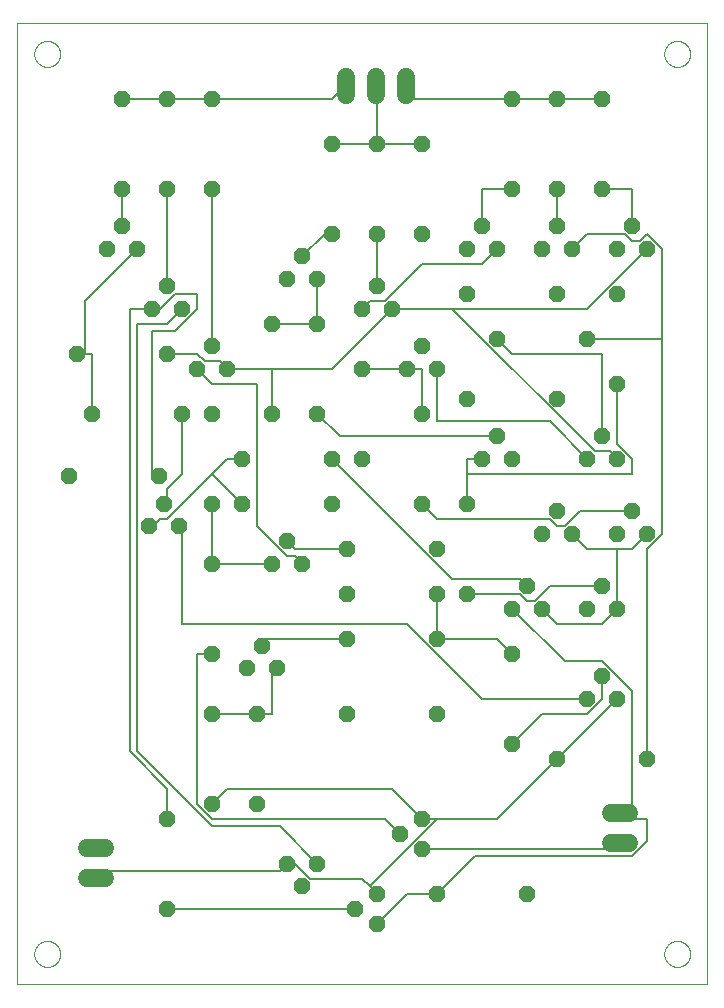
<source format=gtl>
G75*
%MOIN*%
%OFA0B0*%
%FSLAX25Y25*%
%IPPOS*%
%LPD*%
%AMOC8*
5,1,8,0,0,1.08239X$1,22.5*
%
%ADD10C,0.00000*%
%ADD11OC8,0.05200*%
%ADD12C,0.06000*%
%ADD13C,0.00500*%
D10*
X0007700Y0006850D02*
X0007700Y0327051D01*
X0237621Y0327051D01*
X0237615Y0327050D02*
X0237615Y0006845D01*
X0237621Y0006850D02*
X0007700Y0006850D01*
X0013369Y0016850D02*
X0013371Y0016981D01*
X0013377Y0017113D01*
X0013387Y0017244D01*
X0013401Y0017375D01*
X0013419Y0017505D01*
X0013441Y0017634D01*
X0013466Y0017763D01*
X0013496Y0017891D01*
X0013530Y0018018D01*
X0013567Y0018145D01*
X0013608Y0018269D01*
X0013653Y0018393D01*
X0013702Y0018515D01*
X0013754Y0018636D01*
X0013810Y0018754D01*
X0013870Y0018872D01*
X0013933Y0018987D01*
X0014000Y0019100D01*
X0014070Y0019212D01*
X0014143Y0019321D01*
X0014219Y0019427D01*
X0014299Y0019532D01*
X0014382Y0019634D01*
X0014468Y0019733D01*
X0014557Y0019830D01*
X0014649Y0019924D01*
X0014744Y0020015D01*
X0014841Y0020104D01*
X0014941Y0020189D01*
X0015044Y0020271D01*
X0015149Y0020350D01*
X0015256Y0020426D01*
X0015366Y0020498D01*
X0015478Y0020567D01*
X0015592Y0020633D01*
X0015707Y0020695D01*
X0015825Y0020754D01*
X0015944Y0020809D01*
X0016065Y0020861D01*
X0016188Y0020908D01*
X0016312Y0020952D01*
X0016437Y0020993D01*
X0016563Y0021029D01*
X0016691Y0021062D01*
X0016819Y0021090D01*
X0016948Y0021115D01*
X0017078Y0021136D01*
X0017208Y0021153D01*
X0017339Y0021166D01*
X0017470Y0021175D01*
X0017601Y0021180D01*
X0017733Y0021181D01*
X0017864Y0021178D01*
X0017996Y0021171D01*
X0018127Y0021160D01*
X0018257Y0021145D01*
X0018387Y0021126D01*
X0018517Y0021103D01*
X0018645Y0021077D01*
X0018773Y0021046D01*
X0018900Y0021011D01*
X0019026Y0020973D01*
X0019150Y0020931D01*
X0019274Y0020885D01*
X0019395Y0020835D01*
X0019515Y0020782D01*
X0019634Y0020725D01*
X0019751Y0020665D01*
X0019865Y0020601D01*
X0019978Y0020533D01*
X0020089Y0020462D01*
X0020198Y0020388D01*
X0020304Y0020311D01*
X0020408Y0020230D01*
X0020509Y0020147D01*
X0020608Y0020060D01*
X0020704Y0019970D01*
X0020797Y0019877D01*
X0020888Y0019782D01*
X0020975Y0019684D01*
X0021060Y0019583D01*
X0021141Y0019480D01*
X0021219Y0019374D01*
X0021294Y0019266D01*
X0021366Y0019156D01*
X0021434Y0019044D01*
X0021499Y0018930D01*
X0021560Y0018813D01*
X0021618Y0018695D01*
X0021672Y0018575D01*
X0021723Y0018454D01*
X0021770Y0018331D01*
X0021813Y0018207D01*
X0021852Y0018082D01*
X0021888Y0017955D01*
X0021919Y0017827D01*
X0021947Y0017699D01*
X0021971Y0017570D01*
X0021991Y0017440D01*
X0022007Y0017309D01*
X0022019Y0017178D01*
X0022027Y0017047D01*
X0022031Y0016916D01*
X0022031Y0016784D01*
X0022027Y0016653D01*
X0022019Y0016522D01*
X0022007Y0016391D01*
X0021991Y0016260D01*
X0021971Y0016130D01*
X0021947Y0016001D01*
X0021919Y0015873D01*
X0021888Y0015745D01*
X0021852Y0015618D01*
X0021813Y0015493D01*
X0021770Y0015369D01*
X0021723Y0015246D01*
X0021672Y0015125D01*
X0021618Y0015005D01*
X0021560Y0014887D01*
X0021499Y0014770D01*
X0021434Y0014656D01*
X0021366Y0014544D01*
X0021294Y0014434D01*
X0021219Y0014326D01*
X0021141Y0014220D01*
X0021060Y0014117D01*
X0020975Y0014016D01*
X0020888Y0013918D01*
X0020797Y0013823D01*
X0020704Y0013730D01*
X0020608Y0013640D01*
X0020509Y0013553D01*
X0020408Y0013470D01*
X0020304Y0013389D01*
X0020198Y0013312D01*
X0020089Y0013238D01*
X0019978Y0013167D01*
X0019866Y0013099D01*
X0019751Y0013035D01*
X0019634Y0012975D01*
X0019515Y0012918D01*
X0019395Y0012865D01*
X0019274Y0012815D01*
X0019150Y0012769D01*
X0019026Y0012727D01*
X0018900Y0012689D01*
X0018773Y0012654D01*
X0018645Y0012623D01*
X0018517Y0012597D01*
X0018387Y0012574D01*
X0018257Y0012555D01*
X0018127Y0012540D01*
X0017996Y0012529D01*
X0017864Y0012522D01*
X0017733Y0012519D01*
X0017601Y0012520D01*
X0017470Y0012525D01*
X0017339Y0012534D01*
X0017208Y0012547D01*
X0017078Y0012564D01*
X0016948Y0012585D01*
X0016819Y0012610D01*
X0016691Y0012638D01*
X0016563Y0012671D01*
X0016437Y0012707D01*
X0016312Y0012748D01*
X0016188Y0012792D01*
X0016065Y0012839D01*
X0015944Y0012891D01*
X0015825Y0012946D01*
X0015707Y0013005D01*
X0015592Y0013067D01*
X0015478Y0013133D01*
X0015366Y0013202D01*
X0015256Y0013274D01*
X0015149Y0013350D01*
X0015044Y0013429D01*
X0014941Y0013511D01*
X0014841Y0013596D01*
X0014744Y0013685D01*
X0014649Y0013776D01*
X0014557Y0013870D01*
X0014468Y0013967D01*
X0014382Y0014066D01*
X0014299Y0014168D01*
X0014219Y0014273D01*
X0014143Y0014379D01*
X0014070Y0014488D01*
X0014000Y0014600D01*
X0013933Y0014713D01*
X0013870Y0014828D01*
X0013810Y0014946D01*
X0013754Y0015064D01*
X0013702Y0015185D01*
X0013653Y0015307D01*
X0013608Y0015431D01*
X0013567Y0015555D01*
X0013530Y0015682D01*
X0013496Y0015809D01*
X0013466Y0015937D01*
X0013441Y0016066D01*
X0013419Y0016195D01*
X0013401Y0016325D01*
X0013387Y0016456D01*
X0013377Y0016587D01*
X0013371Y0016719D01*
X0013369Y0016850D01*
X0223369Y0016850D02*
X0223371Y0016981D01*
X0223377Y0017113D01*
X0223387Y0017244D01*
X0223401Y0017375D01*
X0223419Y0017505D01*
X0223441Y0017634D01*
X0223466Y0017763D01*
X0223496Y0017891D01*
X0223530Y0018018D01*
X0223567Y0018145D01*
X0223608Y0018269D01*
X0223653Y0018393D01*
X0223702Y0018515D01*
X0223754Y0018636D01*
X0223810Y0018754D01*
X0223870Y0018872D01*
X0223933Y0018987D01*
X0224000Y0019100D01*
X0224070Y0019212D01*
X0224143Y0019321D01*
X0224219Y0019427D01*
X0224299Y0019532D01*
X0224382Y0019634D01*
X0224468Y0019733D01*
X0224557Y0019830D01*
X0224649Y0019924D01*
X0224744Y0020015D01*
X0224841Y0020104D01*
X0224941Y0020189D01*
X0225044Y0020271D01*
X0225149Y0020350D01*
X0225256Y0020426D01*
X0225366Y0020498D01*
X0225478Y0020567D01*
X0225592Y0020633D01*
X0225707Y0020695D01*
X0225825Y0020754D01*
X0225944Y0020809D01*
X0226065Y0020861D01*
X0226188Y0020908D01*
X0226312Y0020952D01*
X0226437Y0020993D01*
X0226563Y0021029D01*
X0226691Y0021062D01*
X0226819Y0021090D01*
X0226948Y0021115D01*
X0227078Y0021136D01*
X0227208Y0021153D01*
X0227339Y0021166D01*
X0227470Y0021175D01*
X0227601Y0021180D01*
X0227733Y0021181D01*
X0227864Y0021178D01*
X0227996Y0021171D01*
X0228127Y0021160D01*
X0228257Y0021145D01*
X0228387Y0021126D01*
X0228517Y0021103D01*
X0228645Y0021077D01*
X0228773Y0021046D01*
X0228900Y0021011D01*
X0229026Y0020973D01*
X0229150Y0020931D01*
X0229274Y0020885D01*
X0229395Y0020835D01*
X0229515Y0020782D01*
X0229634Y0020725D01*
X0229751Y0020665D01*
X0229865Y0020601D01*
X0229978Y0020533D01*
X0230089Y0020462D01*
X0230198Y0020388D01*
X0230304Y0020311D01*
X0230408Y0020230D01*
X0230509Y0020147D01*
X0230608Y0020060D01*
X0230704Y0019970D01*
X0230797Y0019877D01*
X0230888Y0019782D01*
X0230975Y0019684D01*
X0231060Y0019583D01*
X0231141Y0019480D01*
X0231219Y0019374D01*
X0231294Y0019266D01*
X0231366Y0019156D01*
X0231434Y0019044D01*
X0231499Y0018930D01*
X0231560Y0018813D01*
X0231618Y0018695D01*
X0231672Y0018575D01*
X0231723Y0018454D01*
X0231770Y0018331D01*
X0231813Y0018207D01*
X0231852Y0018082D01*
X0231888Y0017955D01*
X0231919Y0017827D01*
X0231947Y0017699D01*
X0231971Y0017570D01*
X0231991Y0017440D01*
X0232007Y0017309D01*
X0232019Y0017178D01*
X0232027Y0017047D01*
X0232031Y0016916D01*
X0232031Y0016784D01*
X0232027Y0016653D01*
X0232019Y0016522D01*
X0232007Y0016391D01*
X0231991Y0016260D01*
X0231971Y0016130D01*
X0231947Y0016001D01*
X0231919Y0015873D01*
X0231888Y0015745D01*
X0231852Y0015618D01*
X0231813Y0015493D01*
X0231770Y0015369D01*
X0231723Y0015246D01*
X0231672Y0015125D01*
X0231618Y0015005D01*
X0231560Y0014887D01*
X0231499Y0014770D01*
X0231434Y0014656D01*
X0231366Y0014544D01*
X0231294Y0014434D01*
X0231219Y0014326D01*
X0231141Y0014220D01*
X0231060Y0014117D01*
X0230975Y0014016D01*
X0230888Y0013918D01*
X0230797Y0013823D01*
X0230704Y0013730D01*
X0230608Y0013640D01*
X0230509Y0013553D01*
X0230408Y0013470D01*
X0230304Y0013389D01*
X0230198Y0013312D01*
X0230089Y0013238D01*
X0229978Y0013167D01*
X0229866Y0013099D01*
X0229751Y0013035D01*
X0229634Y0012975D01*
X0229515Y0012918D01*
X0229395Y0012865D01*
X0229274Y0012815D01*
X0229150Y0012769D01*
X0229026Y0012727D01*
X0228900Y0012689D01*
X0228773Y0012654D01*
X0228645Y0012623D01*
X0228517Y0012597D01*
X0228387Y0012574D01*
X0228257Y0012555D01*
X0228127Y0012540D01*
X0227996Y0012529D01*
X0227864Y0012522D01*
X0227733Y0012519D01*
X0227601Y0012520D01*
X0227470Y0012525D01*
X0227339Y0012534D01*
X0227208Y0012547D01*
X0227078Y0012564D01*
X0226948Y0012585D01*
X0226819Y0012610D01*
X0226691Y0012638D01*
X0226563Y0012671D01*
X0226437Y0012707D01*
X0226312Y0012748D01*
X0226188Y0012792D01*
X0226065Y0012839D01*
X0225944Y0012891D01*
X0225825Y0012946D01*
X0225707Y0013005D01*
X0225592Y0013067D01*
X0225478Y0013133D01*
X0225366Y0013202D01*
X0225256Y0013274D01*
X0225149Y0013350D01*
X0225044Y0013429D01*
X0224941Y0013511D01*
X0224841Y0013596D01*
X0224744Y0013685D01*
X0224649Y0013776D01*
X0224557Y0013870D01*
X0224468Y0013967D01*
X0224382Y0014066D01*
X0224299Y0014168D01*
X0224219Y0014273D01*
X0224143Y0014379D01*
X0224070Y0014488D01*
X0224000Y0014600D01*
X0223933Y0014713D01*
X0223870Y0014828D01*
X0223810Y0014946D01*
X0223754Y0015064D01*
X0223702Y0015185D01*
X0223653Y0015307D01*
X0223608Y0015431D01*
X0223567Y0015555D01*
X0223530Y0015682D01*
X0223496Y0015809D01*
X0223466Y0015937D01*
X0223441Y0016066D01*
X0223419Y0016195D01*
X0223401Y0016325D01*
X0223387Y0016456D01*
X0223377Y0016587D01*
X0223371Y0016719D01*
X0223369Y0016850D01*
X0223369Y0316850D02*
X0223371Y0316981D01*
X0223377Y0317113D01*
X0223387Y0317244D01*
X0223401Y0317375D01*
X0223419Y0317505D01*
X0223441Y0317634D01*
X0223466Y0317763D01*
X0223496Y0317891D01*
X0223530Y0318018D01*
X0223567Y0318145D01*
X0223608Y0318269D01*
X0223653Y0318393D01*
X0223702Y0318515D01*
X0223754Y0318636D01*
X0223810Y0318754D01*
X0223870Y0318872D01*
X0223933Y0318987D01*
X0224000Y0319100D01*
X0224070Y0319212D01*
X0224143Y0319321D01*
X0224219Y0319427D01*
X0224299Y0319532D01*
X0224382Y0319634D01*
X0224468Y0319733D01*
X0224557Y0319830D01*
X0224649Y0319924D01*
X0224744Y0320015D01*
X0224841Y0320104D01*
X0224941Y0320189D01*
X0225044Y0320271D01*
X0225149Y0320350D01*
X0225256Y0320426D01*
X0225366Y0320498D01*
X0225478Y0320567D01*
X0225592Y0320633D01*
X0225707Y0320695D01*
X0225825Y0320754D01*
X0225944Y0320809D01*
X0226065Y0320861D01*
X0226188Y0320908D01*
X0226312Y0320952D01*
X0226437Y0320993D01*
X0226563Y0321029D01*
X0226691Y0321062D01*
X0226819Y0321090D01*
X0226948Y0321115D01*
X0227078Y0321136D01*
X0227208Y0321153D01*
X0227339Y0321166D01*
X0227470Y0321175D01*
X0227601Y0321180D01*
X0227733Y0321181D01*
X0227864Y0321178D01*
X0227996Y0321171D01*
X0228127Y0321160D01*
X0228257Y0321145D01*
X0228387Y0321126D01*
X0228517Y0321103D01*
X0228645Y0321077D01*
X0228773Y0321046D01*
X0228900Y0321011D01*
X0229026Y0320973D01*
X0229150Y0320931D01*
X0229274Y0320885D01*
X0229395Y0320835D01*
X0229515Y0320782D01*
X0229634Y0320725D01*
X0229751Y0320665D01*
X0229865Y0320601D01*
X0229978Y0320533D01*
X0230089Y0320462D01*
X0230198Y0320388D01*
X0230304Y0320311D01*
X0230408Y0320230D01*
X0230509Y0320147D01*
X0230608Y0320060D01*
X0230704Y0319970D01*
X0230797Y0319877D01*
X0230888Y0319782D01*
X0230975Y0319684D01*
X0231060Y0319583D01*
X0231141Y0319480D01*
X0231219Y0319374D01*
X0231294Y0319266D01*
X0231366Y0319156D01*
X0231434Y0319044D01*
X0231499Y0318930D01*
X0231560Y0318813D01*
X0231618Y0318695D01*
X0231672Y0318575D01*
X0231723Y0318454D01*
X0231770Y0318331D01*
X0231813Y0318207D01*
X0231852Y0318082D01*
X0231888Y0317955D01*
X0231919Y0317827D01*
X0231947Y0317699D01*
X0231971Y0317570D01*
X0231991Y0317440D01*
X0232007Y0317309D01*
X0232019Y0317178D01*
X0232027Y0317047D01*
X0232031Y0316916D01*
X0232031Y0316784D01*
X0232027Y0316653D01*
X0232019Y0316522D01*
X0232007Y0316391D01*
X0231991Y0316260D01*
X0231971Y0316130D01*
X0231947Y0316001D01*
X0231919Y0315873D01*
X0231888Y0315745D01*
X0231852Y0315618D01*
X0231813Y0315493D01*
X0231770Y0315369D01*
X0231723Y0315246D01*
X0231672Y0315125D01*
X0231618Y0315005D01*
X0231560Y0314887D01*
X0231499Y0314770D01*
X0231434Y0314656D01*
X0231366Y0314544D01*
X0231294Y0314434D01*
X0231219Y0314326D01*
X0231141Y0314220D01*
X0231060Y0314117D01*
X0230975Y0314016D01*
X0230888Y0313918D01*
X0230797Y0313823D01*
X0230704Y0313730D01*
X0230608Y0313640D01*
X0230509Y0313553D01*
X0230408Y0313470D01*
X0230304Y0313389D01*
X0230198Y0313312D01*
X0230089Y0313238D01*
X0229978Y0313167D01*
X0229866Y0313099D01*
X0229751Y0313035D01*
X0229634Y0312975D01*
X0229515Y0312918D01*
X0229395Y0312865D01*
X0229274Y0312815D01*
X0229150Y0312769D01*
X0229026Y0312727D01*
X0228900Y0312689D01*
X0228773Y0312654D01*
X0228645Y0312623D01*
X0228517Y0312597D01*
X0228387Y0312574D01*
X0228257Y0312555D01*
X0228127Y0312540D01*
X0227996Y0312529D01*
X0227864Y0312522D01*
X0227733Y0312519D01*
X0227601Y0312520D01*
X0227470Y0312525D01*
X0227339Y0312534D01*
X0227208Y0312547D01*
X0227078Y0312564D01*
X0226948Y0312585D01*
X0226819Y0312610D01*
X0226691Y0312638D01*
X0226563Y0312671D01*
X0226437Y0312707D01*
X0226312Y0312748D01*
X0226188Y0312792D01*
X0226065Y0312839D01*
X0225944Y0312891D01*
X0225825Y0312946D01*
X0225707Y0313005D01*
X0225592Y0313067D01*
X0225478Y0313133D01*
X0225366Y0313202D01*
X0225256Y0313274D01*
X0225149Y0313350D01*
X0225044Y0313429D01*
X0224941Y0313511D01*
X0224841Y0313596D01*
X0224744Y0313685D01*
X0224649Y0313776D01*
X0224557Y0313870D01*
X0224468Y0313967D01*
X0224382Y0314066D01*
X0224299Y0314168D01*
X0224219Y0314273D01*
X0224143Y0314379D01*
X0224070Y0314488D01*
X0224000Y0314600D01*
X0223933Y0314713D01*
X0223870Y0314828D01*
X0223810Y0314946D01*
X0223754Y0315064D01*
X0223702Y0315185D01*
X0223653Y0315307D01*
X0223608Y0315431D01*
X0223567Y0315555D01*
X0223530Y0315682D01*
X0223496Y0315809D01*
X0223466Y0315937D01*
X0223441Y0316066D01*
X0223419Y0316195D01*
X0223401Y0316325D01*
X0223387Y0316456D01*
X0223377Y0316587D01*
X0223371Y0316719D01*
X0223369Y0316850D01*
X0013369Y0316850D02*
X0013371Y0316981D01*
X0013377Y0317113D01*
X0013387Y0317244D01*
X0013401Y0317375D01*
X0013419Y0317505D01*
X0013441Y0317634D01*
X0013466Y0317763D01*
X0013496Y0317891D01*
X0013530Y0318018D01*
X0013567Y0318145D01*
X0013608Y0318269D01*
X0013653Y0318393D01*
X0013702Y0318515D01*
X0013754Y0318636D01*
X0013810Y0318754D01*
X0013870Y0318872D01*
X0013933Y0318987D01*
X0014000Y0319100D01*
X0014070Y0319212D01*
X0014143Y0319321D01*
X0014219Y0319427D01*
X0014299Y0319532D01*
X0014382Y0319634D01*
X0014468Y0319733D01*
X0014557Y0319830D01*
X0014649Y0319924D01*
X0014744Y0320015D01*
X0014841Y0320104D01*
X0014941Y0320189D01*
X0015044Y0320271D01*
X0015149Y0320350D01*
X0015256Y0320426D01*
X0015366Y0320498D01*
X0015478Y0320567D01*
X0015592Y0320633D01*
X0015707Y0320695D01*
X0015825Y0320754D01*
X0015944Y0320809D01*
X0016065Y0320861D01*
X0016188Y0320908D01*
X0016312Y0320952D01*
X0016437Y0320993D01*
X0016563Y0321029D01*
X0016691Y0321062D01*
X0016819Y0321090D01*
X0016948Y0321115D01*
X0017078Y0321136D01*
X0017208Y0321153D01*
X0017339Y0321166D01*
X0017470Y0321175D01*
X0017601Y0321180D01*
X0017733Y0321181D01*
X0017864Y0321178D01*
X0017996Y0321171D01*
X0018127Y0321160D01*
X0018257Y0321145D01*
X0018387Y0321126D01*
X0018517Y0321103D01*
X0018645Y0321077D01*
X0018773Y0321046D01*
X0018900Y0321011D01*
X0019026Y0320973D01*
X0019150Y0320931D01*
X0019274Y0320885D01*
X0019395Y0320835D01*
X0019515Y0320782D01*
X0019634Y0320725D01*
X0019751Y0320665D01*
X0019865Y0320601D01*
X0019978Y0320533D01*
X0020089Y0320462D01*
X0020198Y0320388D01*
X0020304Y0320311D01*
X0020408Y0320230D01*
X0020509Y0320147D01*
X0020608Y0320060D01*
X0020704Y0319970D01*
X0020797Y0319877D01*
X0020888Y0319782D01*
X0020975Y0319684D01*
X0021060Y0319583D01*
X0021141Y0319480D01*
X0021219Y0319374D01*
X0021294Y0319266D01*
X0021366Y0319156D01*
X0021434Y0319044D01*
X0021499Y0318930D01*
X0021560Y0318813D01*
X0021618Y0318695D01*
X0021672Y0318575D01*
X0021723Y0318454D01*
X0021770Y0318331D01*
X0021813Y0318207D01*
X0021852Y0318082D01*
X0021888Y0317955D01*
X0021919Y0317827D01*
X0021947Y0317699D01*
X0021971Y0317570D01*
X0021991Y0317440D01*
X0022007Y0317309D01*
X0022019Y0317178D01*
X0022027Y0317047D01*
X0022031Y0316916D01*
X0022031Y0316784D01*
X0022027Y0316653D01*
X0022019Y0316522D01*
X0022007Y0316391D01*
X0021991Y0316260D01*
X0021971Y0316130D01*
X0021947Y0316001D01*
X0021919Y0315873D01*
X0021888Y0315745D01*
X0021852Y0315618D01*
X0021813Y0315493D01*
X0021770Y0315369D01*
X0021723Y0315246D01*
X0021672Y0315125D01*
X0021618Y0315005D01*
X0021560Y0314887D01*
X0021499Y0314770D01*
X0021434Y0314656D01*
X0021366Y0314544D01*
X0021294Y0314434D01*
X0021219Y0314326D01*
X0021141Y0314220D01*
X0021060Y0314117D01*
X0020975Y0314016D01*
X0020888Y0313918D01*
X0020797Y0313823D01*
X0020704Y0313730D01*
X0020608Y0313640D01*
X0020509Y0313553D01*
X0020408Y0313470D01*
X0020304Y0313389D01*
X0020198Y0313312D01*
X0020089Y0313238D01*
X0019978Y0313167D01*
X0019866Y0313099D01*
X0019751Y0313035D01*
X0019634Y0312975D01*
X0019515Y0312918D01*
X0019395Y0312865D01*
X0019274Y0312815D01*
X0019150Y0312769D01*
X0019026Y0312727D01*
X0018900Y0312689D01*
X0018773Y0312654D01*
X0018645Y0312623D01*
X0018517Y0312597D01*
X0018387Y0312574D01*
X0018257Y0312555D01*
X0018127Y0312540D01*
X0017996Y0312529D01*
X0017864Y0312522D01*
X0017733Y0312519D01*
X0017601Y0312520D01*
X0017470Y0312525D01*
X0017339Y0312534D01*
X0017208Y0312547D01*
X0017078Y0312564D01*
X0016948Y0312585D01*
X0016819Y0312610D01*
X0016691Y0312638D01*
X0016563Y0312671D01*
X0016437Y0312707D01*
X0016312Y0312748D01*
X0016188Y0312792D01*
X0016065Y0312839D01*
X0015944Y0312891D01*
X0015825Y0312946D01*
X0015707Y0313005D01*
X0015592Y0313067D01*
X0015478Y0313133D01*
X0015366Y0313202D01*
X0015256Y0313274D01*
X0015149Y0313350D01*
X0015044Y0313429D01*
X0014941Y0313511D01*
X0014841Y0313596D01*
X0014744Y0313685D01*
X0014649Y0313776D01*
X0014557Y0313870D01*
X0014468Y0313967D01*
X0014382Y0314066D01*
X0014299Y0314168D01*
X0014219Y0314273D01*
X0014143Y0314379D01*
X0014070Y0314488D01*
X0014000Y0314600D01*
X0013933Y0314713D01*
X0013870Y0314828D01*
X0013810Y0314946D01*
X0013754Y0315064D01*
X0013702Y0315185D01*
X0013653Y0315307D01*
X0013608Y0315431D01*
X0013567Y0315555D01*
X0013530Y0315682D01*
X0013496Y0315809D01*
X0013466Y0315937D01*
X0013441Y0316066D01*
X0013419Y0316195D01*
X0013401Y0316325D01*
X0013387Y0316456D01*
X0013377Y0316587D01*
X0013371Y0316719D01*
X0013369Y0316850D01*
D11*
X0042700Y0301850D03*
X0057700Y0301850D03*
X0072700Y0301850D03*
X0072700Y0271850D03*
X0057700Y0271850D03*
X0042700Y0271850D03*
X0042700Y0259350D03*
X0037700Y0251850D03*
X0047700Y0251850D03*
X0057700Y0239350D03*
X0052700Y0231850D03*
X0062700Y0231850D03*
X0072700Y0219350D03*
X0067700Y0211850D03*
X0077700Y0211850D03*
X0072700Y0196850D03*
X0062700Y0196850D03*
X0057700Y0216850D03*
X0032700Y0196850D03*
X0027700Y0216850D03*
X0024875Y0176045D03*
X0051485Y0159360D03*
X0056485Y0166860D03*
X0061485Y0159360D03*
X0072700Y0166850D03*
X0082700Y0166850D03*
X0082700Y0181850D03*
X0092700Y0196850D03*
X0107700Y0196850D03*
X0112700Y0181850D03*
X0122700Y0181850D03*
X0112700Y0166850D03*
X0117700Y0151850D03*
X0117700Y0136850D03*
X0117700Y0121850D03*
X0102700Y0146850D03*
X0097700Y0154350D03*
X0092700Y0146850D03*
X0072700Y0146850D03*
X0089155Y0119565D03*
X0084155Y0112065D03*
X0094155Y0112065D03*
X0087700Y0096850D03*
X0072700Y0096850D03*
X0072700Y0116850D03*
X0072700Y0066850D03*
X0087700Y0066850D03*
X0097700Y0046850D03*
X0102700Y0039350D03*
X0107700Y0046850D03*
X0120200Y0031850D03*
X0127700Y0026850D03*
X0127700Y0036850D03*
X0142700Y0051850D03*
X0135200Y0056850D03*
X0142700Y0061850D03*
X0147700Y0036850D03*
X0177700Y0036850D03*
X0187700Y0081850D03*
X0172700Y0086850D03*
X0172700Y0116850D03*
X0172700Y0131850D03*
X0177700Y0139350D03*
X0182700Y0131850D03*
X0197700Y0131850D03*
X0202700Y0139350D03*
X0207700Y0131850D03*
X0202700Y0109350D03*
X0197700Y0101850D03*
X0207700Y0101850D03*
X0217700Y0081850D03*
X0217700Y0156850D03*
X0212700Y0164350D03*
X0207700Y0156850D03*
X0192700Y0156850D03*
X0187700Y0164350D03*
X0182700Y0156850D03*
X0172700Y0181850D03*
X0167700Y0189350D03*
X0162700Y0181850D03*
X0157700Y0166850D03*
X0147700Y0151850D03*
X0142700Y0166850D03*
X0142700Y0196850D03*
X0137700Y0211850D03*
X0142700Y0219350D03*
X0147700Y0211850D03*
X0157700Y0201850D03*
X0167700Y0221850D03*
X0157700Y0236850D03*
X0157700Y0251850D03*
X0162700Y0259350D03*
X0167700Y0251850D03*
X0182700Y0251850D03*
X0187700Y0259350D03*
X0192700Y0251850D03*
X0187700Y0236850D03*
X0197700Y0221850D03*
X0207700Y0236850D03*
X0207700Y0251850D03*
X0212700Y0259350D03*
X0217700Y0251850D03*
X0202700Y0271850D03*
X0187700Y0271850D03*
X0172700Y0271850D03*
X0172700Y0301850D03*
X0187700Y0301850D03*
X0202700Y0301850D03*
X0142700Y0286850D03*
X0127700Y0286850D03*
X0112700Y0286850D03*
X0112700Y0256850D03*
X0107700Y0241850D03*
X0102700Y0249350D03*
X0097700Y0241850D03*
X0092700Y0226850D03*
X0107700Y0226850D03*
X0122700Y0231850D03*
X0127700Y0239350D03*
X0132700Y0231850D03*
X0122700Y0211850D03*
X0127700Y0256850D03*
X0142700Y0256850D03*
X0187700Y0201850D03*
X0202700Y0189350D03*
X0197700Y0181850D03*
X0207700Y0181850D03*
X0207700Y0206850D03*
X0157700Y0136850D03*
X0147700Y0136850D03*
X0147700Y0121850D03*
X0147700Y0096850D03*
X0117700Y0096850D03*
X0057700Y0061850D03*
X0057700Y0031850D03*
X0054875Y0176045D03*
D12*
X0036885Y0052210D02*
X0030885Y0052210D01*
X0030885Y0042210D02*
X0036885Y0042210D01*
X0205590Y0053685D02*
X0211590Y0053685D01*
X0211590Y0063685D02*
X0205590Y0063685D01*
X0137350Y0303155D02*
X0137350Y0309155D01*
X0127350Y0309155D02*
X0127350Y0303155D01*
X0117350Y0303155D02*
X0117350Y0309155D01*
D13*
X0117350Y0306155D02*
X0115200Y0304350D01*
X0112700Y0301850D01*
X0072700Y0301850D01*
X0057700Y0301850D01*
X0042700Y0301850D01*
X0042700Y0271850D02*
X0042700Y0259350D01*
X0047700Y0251850D02*
X0030200Y0234350D01*
X0030200Y0216850D01*
X0027700Y0216850D01*
X0030200Y0216850D02*
X0032700Y0216850D01*
X0032700Y0196850D01*
X0052700Y0176850D02*
X0054875Y0176045D01*
X0052700Y0176850D02*
X0052700Y0224350D01*
X0060200Y0224350D01*
X0067700Y0231850D01*
X0067700Y0236850D01*
X0060200Y0236850D01*
X0055200Y0231850D01*
X0052700Y0231850D01*
X0045200Y0231850D01*
X0045200Y0084350D01*
X0057700Y0071850D01*
X0057700Y0061850D01*
X0067700Y0066850D02*
X0067700Y0116850D01*
X0072700Y0116850D01*
X0062700Y0126850D02*
X0137700Y0126850D01*
X0162700Y0101850D01*
X0197700Y0101850D01*
X0202700Y0101850D02*
X0197700Y0096850D01*
X0182700Y0096850D01*
X0172700Y0086850D01*
X0187700Y0081850D02*
X0167700Y0061850D01*
X0147700Y0061850D01*
X0125200Y0039350D01*
X0127700Y0036850D01*
X0125200Y0039350D02*
X0122700Y0041850D01*
X0105200Y0041850D01*
X0100200Y0046850D01*
X0097700Y0046850D01*
X0095200Y0044350D01*
X0035200Y0044350D01*
X0033885Y0042210D01*
X0057700Y0031850D02*
X0120200Y0031850D01*
X0127700Y0026850D02*
X0137700Y0036850D01*
X0147700Y0036850D01*
X0160200Y0049350D01*
X0212700Y0049350D01*
X0217700Y0054350D01*
X0217700Y0061850D01*
X0210200Y0061850D01*
X0208590Y0063685D01*
X0210200Y0064350D01*
X0212700Y0064350D01*
X0212700Y0104350D01*
X0202700Y0114350D01*
X0190200Y0114350D01*
X0172700Y0131850D01*
X0177700Y0134350D02*
X0175200Y0136850D01*
X0157700Y0136850D01*
X0152700Y0141850D02*
X0175200Y0141850D01*
X0177700Y0139350D01*
X0177700Y0134350D02*
X0180200Y0134350D01*
X0185200Y0139350D01*
X0202700Y0139350D01*
X0207700Y0131850D02*
X0207700Y0151850D01*
X0197700Y0151850D01*
X0192700Y0156850D01*
X0190200Y0159350D02*
X0195200Y0164350D01*
X0212700Y0164350D01*
X0217700Y0156850D02*
X0212700Y0151850D01*
X0207700Y0151850D01*
X0217700Y0151850D02*
X0222700Y0156850D01*
X0222700Y0221850D01*
X0222700Y0251850D01*
X0217700Y0256850D01*
X0215200Y0254350D01*
X0212700Y0254350D01*
X0210200Y0256850D01*
X0197700Y0256850D01*
X0192700Y0251850D01*
X0187700Y0259350D02*
X0187700Y0271850D01*
X0172700Y0271850D02*
X0162700Y0271850D01*
X0162700Y0259350D01*
X0167700Y0251850D02*
X0162700Y0246850D01*
X0142700Y0246850D01*
X0130200Y0234350D01*
X0125200Y0234350D01*
X0122700Y0231850D01*
X0127700Y0239350D02*
X0127700Y0256850D01*
X0112700Y0256850D02*
X0110200Y0256850D01*
X0102700Y0249350D01*
X0107700Y0241850D02*
X0107700Y0226850D01*
X0092700Y0226850D01*
X0092700Y0211850D02*
X0112700Y0211850D01*
X0132700Y0231850D01*
X0152700Y0231850D01*
X0200200Y0184350D01*
X0205200Y0184350D01*
X0207700Y0181850D01*
X0212700Y0181850D02*
X0207700Y0186850D01*
X0207700Y0206850D01*
X0202700Y0216850D02*
X0172700Y0216850D01*
X0167700Y0221850D01*
X0152700Y0231850D02*
X0197700Y0231850D01*
X0217700Y0251850D01*
X0212700Y0259350D02*
X0212700Y0271850D01*
X0202700Y0271850D01*
X0202700Y0301850D02*
X0187700Y0301850D01*
X0172700Y0301850D01*
X0140200Y0301850D01*
X0137700Y0304350D01*
X0137350Y0306155D01*
X0127700Y0304350D02*
X0127350Y0306155D01*
X0127700Y0304350D02*
X0127700Y0286850D01*
X0142700Y0286850D01*
X0127700Y0286850D02*
X0112700Y0286850D01*
X0072700Y0271850D02*
X0072700Y0219350D01*
X0067700Y0216850D02*
X0070200Y0214350D01*
X0075200Y0214350D01*
X0077700Y0211850D01*
X0092700Y0211850D01*
X0092700Y0196850D01*
X0087700Y0206850D02*
X0072700Y0206850D01*
X0067700Y0211850D01*
X0067700Y0216850D02*
X0057700Y0216850D01*
X0057700Y0226850D02*
X0062700Y0231850D01*
X0057700Y0226850D02*
X0047700Y0226850D01*
X0047700Y0084350D01*
X0072700Y0059350D01*
X0095200Y0059350D01*
X0107700Y0046850D01*
X0130200Y0061850D02*
X0072700Y0061850D01*
X0067700Y0066850D01*
X0072700Y0066850D02*
X0077700Y0071850D01*
X0132700Y0071850D01*
X0142700Y0061850D01*
X0147700Y0061850D01*
X0142700Y0051850D02*
X0207700Y0051850D01*
X0208590Y0053685D01*
X0217700Y0081850D02*
X0217700Y0151850D01*
X0207700Y0131850D02*
X0202700Y0126850D01*
X0187700Y0126850D01*
X0182700Y0131850D01*
X0167700Y0121850D02*
X0172700Y0116850D01*
X0167700Y0121850D02*
X0147700Y0121850D01*
X0147700Y0136850D01*
X0152700Y0141850D02*
X0112700Y0181850D01*
X0115200Y0189350D02*
X0167700Y0189350D01*
X0162700Y0181850D02*
X0157700Y0181850D01*
X0157700Y0176850D01*
X0212700Y0176850D01*
X0212700Y0181850D01*
X0202700Y0189350D02*
X0202700Y0216850D01*
X0197700Y0221850D02*
X0222700Y0221850D01*
X0185200Y0194350D02*
X0197700Y0181850D01*
X0185200Y0194350D02*
X0147700Y0194350D01*
X0147700Y0211850D01*
X0142700Y0211850D02*
X0137700Y0211850D01*
X0122700Y0211850D01*
X0107700Y0196850D02*
X0115200Y0189350D01*
X0097700Y0154350D02*
X0100200Y0151850D01*
X0117700Y0151850D01*
X0102700Y0146850D02*
X0100200Y0149350D01*
X0097700Y0149350D01*
X0087700Y0159350D01*
X0087700Y0206850D01*
X0082700Y0181850D02*
X0077700Y0181850D01*
X0072700Y0176850D01*
X0082700Y0166850D01*
X0072700Y0166850D02*
X0072700Y0146850D01*
X0092700Y0146850D01*
X0090200Y0121850D02*
X0089155Y0119565D01*
X0090200Y0121850D02*
X0117700Y0121850D01*
X0094155Y0112065D02*
X0092700Y0111850D01*
X0092700Y0096850D01*
X0087700Y0096850D01*
X0072700Y0096850D01*
X0062700Y0126850D02*
X0062700Y0159350D01*
X0061485Y0159360D01*
X0057700Y0161850D02*
X0072700Y0176850D01*
X0062700Y0176850D02*
X0062700Y0196850D01*
X0062700Y0176850D02*
X0057700Y0171850D01*
X0057700Y0166850D01*
X0056485Y0166860D01*
X0057700Y0161850D02*
X0055200Y0161850D01*
X0052700Y0159350D01*
X0051485Y0159360D01*
X0057700Y0239350D02*
X0057700Y0271850D01*
X0142700Y0211850D02*
X0142700Y0196850D01*
X0157700Y0176850D02*
X0157700Y0166850D01*
X0147700Y0161850D02*
X0185200Y0161850D01*
X0187700Y0159350D01*
X0190200Y0159350D01*
X0202700Y0109350D02*
X0202700Y0101850D01*
X0207700Y0101850D02*
X0187700Y0081850D01*
X0135200Y0056850D02*
X0130200Y0061850D01*
X0147700Y0161850D02*
X0142700Y0166850D01*
M02*

</source>
